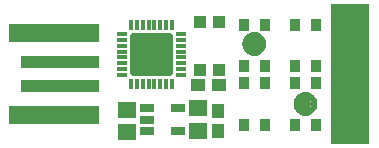
<source format=gbr>
G04 EAGLE Gerber RS-274X export*
G75*
%MOMM*%
%FSLAX34Y34*%
%LPD*%
%INSoldermask Top*%
%IPPOS*%
%AMOC8*
5,1,8,0,0,1.08239X$1,22.5*%
G01*
%ADD10R,3.302000X11.938000*%
%ADD11R,7.601600X1.601600*%
%ADD12R,6.601600X1.101600*%
%ADD13C,1.101600*%
%ADD14C,0.500000*%
%ADD15R,1.601600X1.341600*%
%ADD16R,1.001600X1.001600*%
%ADD17C,0.468206*%
%ADD18R,0.900000X0.350000*%
%ADD19R,0.350000X0.900000*%
%ADD20R,1.101600X1.176600*%
%ADD21R,1.301600X0.651600*%
%ADD22R,1.176600X1.101600*%
%ADD23R,0.951600X1.101600*%


D10*
X248920Y0D03*
D11*
X-2000Y-35000D03*
D12*
X3000Y-10000D03*
X3000Y10000D03*
D11*
X-2000Y35000D03*
D13*
X167640Y25400D03*
D14*
X167640Y32900D02*
X167459Y32898D01*
X167278Y32891D01*
X167097Y32880D01*
X166916Y32865D01*
X166736Y32845D01*
X166556Y32821D01*
X166377Y32793D01*
X166199Y32760D01*
X166022Y32723D01*
X165845Y32682D01*
X165670Y32637D01*
X165495Y32587D01*
X165322Y32533D01*
X165151Y32475D01*
X164980Y32413D01*
X164812Y32346D01*
X164645Y32276D01*
X164479Y32202D01*
X164316Y32123D01*
X164155Y32041D01*
X163995Y31955D01*
X163838Y31865D01*
X163683Y31771D01*
X163530Y31674D01*
X163380Y31572D01*
X163232Y31468D01*
X163086Y31359D01*
X162944Y31248D01*
X162804Y31132D01*
X162667Y31014D01*
X162532Y30892D01*
X162401Y30767D01*
X162273Y30639D01*
X162148Y30508D01*
X162026Y30373D01*
X161908Y30236D01*
X161792Y30096D01*
X161681Y29954D01*
X161572Y29808D01*
X161468Y29660D01*
X161366Y29510D01*
X161269Y29357D01*
X161175Y29202D01*
X161085Y29045D01*
X160999Y28885D01*
X160917Y28724D01*
X160838Y28561D01*
X160764Y28395D01*
X160694Y28228D01*
X160627Y28060D01*
X160565Y27889D01*
X160507Y27718D01*
X160453Y27545D01*
X160403Y27370D01*
X160358Y27195D01*
X160317Y27018D01*
X160280Y26841D01*
X160247Y26663D01*
X160219Y26484D01*
X160195Y26304D01*
X160175Y26124D01*
X160160Y25943D01*
X160149Y25762D01*
X160142Y25581D01*
X160140Y25400D01*
X167640Y32900D02*
X167821Y32898D01*
X168002Y32891D01*
X168183Y32880D01*
X168364Y32865D01*
X168544Y32845D01*
X168724Y32821D01*
X168903Y32793D01*
X169081Y32760D01*
X169258Y32723D01*
X169435Y32682D01*
X169610Y32637D01*
X169785Y32587D01*
X169958Y32533D01*
X170129Y32475D01*
X170300Y32413D01*
X170468Y32346D01*
X170635Y32276D01*
X170801Y32202D01*
X170964Y32123D01*
X171125Y32041D01*
X171285Y31955D01*
X171442Y31865D01*
X171597Y31771D01*
X171750Y31674D01*
X171900Y31572D01*
X172048Y31468D01*
X172194Y31359D01*
X172336Y31248D01*
X172476Y31132D01*
X172613Y31014D01*
X172748Y30892D01*
X172879Y30767D01*
X173007Y30639D01*
X173132Y30508D01*
X173254Y30373D01*
X173372Y30236D01*
X173488Y30096D01*
X173599Y29954D01*
X173708Y29808D01*
X173812Y29660D01*
X173914Y29510D01*
X174011Y29357D01*
X174105Y29202D01*
X174195Y29045D01*
X174281Y28885D01*
X174363Y28724D01*
X174442Y28561D01*
X174516Y28395D01*
X174586Y28228D01*
X174653Y28060D01*
X174715Y27889D01*
X174773Y27718D01*
X174827Y27545D01*
X174877Y27370D01*
X174922Y27195D01*
X174963Y27018D01*
X175000Y26841D01*
X175033Y26663D01*
X175061Y26484D01*
X175085Y26304D01*
X175105Y26124D01*
X175120Y25943D01*
X175131Y25762D01*
X175138Y25581D01*
X175140Y25400D01*
X175138Y25219D01*
X175131Y25038D01*
X175120Y24857D01*
X175105Y24676D01*
X175085Y24496D01*
X175061Y24316D01*
X175033Y24137D01*
X175000Y23959D01*
X174963Y23782D01*
X174922Y23605D01*
X174877Y23430D01*
X174827Y23255D01*
X174773Y23082D01*
X174715Y22911D01*
X174653Y22740D01*
X174586Y22572D01*
X174516Y22405D01*
X174442Y22239D01*
X174363Y22076D01*
X174281Y21915D01*
X174195Y21755D01*
X174105Y21598D01*
X174011Y21443D01*
X173914Y21290D01*
X173812Y21140D01*
X173708Y20992D01*
X173599Y20846D01*
X173488Y20704D01*
X173372Y20564D01*
X173254Y20427D01*
X173132Y20292D01*
X173007Y20161D01*
X172879Y20033D01*
X172748Y19908D01*
X172613Y19786D01*
X172476Y19668D01*
X172336Y19552D01*
X172194Y19441D01*
X172048Y19332D01*
X171900Y19228D01*
X171750Y19126D01*
X171597Y19029D01*
X171442Y18935D01*
X171285Y18845D01*
X171125Y18759D01*
X170964Y18677D01*
X170801Y18598D01*
X170635Y18524D01*
X170468Y18454D01*
X170300Y18387D01*
X170129Y18325D01*
X169958Y18267D01*
X169785Y18213D01*
X169610Y18163D01*
X169435Y18118D01*
X169258Y18077D01*
X169081Y18040D01*
X168903Y18007D01*
X168724Y17979D01*
X168544Y17955D01*
X168364Y17935D01*
X168183Y17920D01*
X168002Y17909D01*
X167821Y17902D01*
X167640Y17900D01*
X167459Y17902D01*
X167278Y17909D01*
X167097Y17920D01*
X166916Y17935D01*
X166736Y17955D01*
X166556Y17979D01*
X166377Y18007D01*
X166199Y18040D01*
X166022Y18077D01*
X165845Y18118D01*
X165670Y18163D01*
X165495Y18213D01*
X165322Y18267D01*
X165151Y18325D01*
X164980Y18387D01*
X164812Y18454D01*
X164645Y18524D01*
X164479Y18598D01*
X164316Y18677D01*
X164155Y18759D01*
X163995Y18845D01*
X163838Y18935D01*
X163683Y19029D01*
X163530Y19126D01*
X163380Y19228D01*
X163232Y19332D01*
X163086Y19441D01*
X162944Y19552D01*
X162804Y19668D01*
X162667Y19786D01*
X162532Y19908D01*
X162401Y20033D01*
X162273Y20161D01*
X162148Y20292D01*
X162026Y20427D01*
X161908Y20564D01*
X161792Y20704D01*
X161681Y20846D01*
X161572Y20992D01*
X161468Y21140D01*
X161366Y21290D01*
X161269Y21443D01*
X161175Y21598D01*
X161085Y21755D01*
X160999Y21915D01*
X160917Y22076D01*
X160838Y22239D01*
X160764Y22405D01*
X160694Y22572D01*
X160627Y22740D01*
X160565Y22911D01*
X160507Y23082D01*
X160453Y23255D01*
X160403Y23430D01*
X160358Y23605D01*
X160317Y23782D01*
X160280Y23959D01*
X160247Y24137D01*
X160219Y24316D01*
X160195Y24496D01*
X160175Y24676D01*
X160160Y24857D01*
X160149Y25038D01*
X160142Y25219D01*
X160140Y25400D01*
D13*
X210947Y-25400D03*
D14*
X210947Y-17900D02*
X210766Y-17902D01*
X210585Y-17909D01*
X210404Y-17920D01*
X210223Y-17935D01*
X210043Y-17955D01*
X209863Y-17979D01*
X209684Y-18007D01*
X209506Y-18040D01*
X209329Y-18077D01*
X209152Y-18118D01*
X208977Y-18163D01*
X208802Y-18213D01*
X208629Y-18267D01*
X208458Y-18325D01*
X208287Y-18387D01*
X208119Y-18454D01*
X207952Y-18524D01*
X207786Y-18598D01*
X207623Y-18677D01*
X207462Y-18759D01*
X207302Y-18845D01*
X207145Y-18935D01*
X206990Y-19029D01*
X206837Y-19126D01*
X206687Y-19228D01*
X206539Y-19332D01*
X206393Y-19441D01*
X206251Y-19552D01*
X206111Y-19668D01*
X205974Y-19786D01*
X205839Y-19908D01*
X205708Y-20033D01*
X205580Y-20161D01*
X205455Y-20292D01*
X205333Y-20427D01*
X205215Y-20564D01*
X205099Y-20704D01*
X204988Y-20846D01*
X204879Y-20992D01*
X204775Y-21140D01*
X204673Y-21290D01*
X204576Y-21443D01*
X204482Y-21598D01*
X204392Y-21755D01*
X204306Y-21915D01*
X204224Y-22076D01*
X204145Y-22239D01*
X204071Y-22405D01*
X204001Y-22572D01*
X203934Y-22740D01*
X203872Y-22911D01*
X203814Y-23082D01*
X203760Y-23255D01*
X203710Y-23430D01*
X203665Y-23605D01*
X203624Y-23782D01*
X203587Y-23959D01*
X203554Y-24137D01*
X203526Y-24316D01*
X203502Y-24496D01*
X203482Y-24676D01*
X203467Y-24857D01*
X203456Y-25038D01*
X203449Y-25219D01*
X203447Y-25400D01*
X210947Y-17900D02*
X211128Y-17902D01*
X211309Y-17909D01*
X211490Y-17920D01*
X211671Y-17935D01*
X211851Y-17955D01*
X212031Y-17979D01*
X212210Y-18007D01*
X212388Y-18040D01*
X212565Y-18077D01*
X212742Y-18118D01*
X212917Y-18163D01*
X213092Y-18213D01*
X213265Y-18267D01*
X213436Y-18325D01*
X213607Y-18387D01*
X213775Y-18454D01*
X213942Y-18524D01*
X214108Y-18598D01*
X214271Y-18677D01*
X214432Y-18759D01*
X214592Y-18845D01*
X214749Y-18935D01*
X214904Y-19029D01*
X215057Y-19126D01*
X215207Y-19228D01*
X215355Y-19332D01*
X215501Y-19441D01*
X215643Y-19552D01*
X215783Y-19668D01*
X215920Y-19786D01*
X216055Y-19908D01*
X216186Y-20033D01*
X216314Y-20161D01*
X216439Y-20292D01*
X216561Y-20427D01*
X216679Y-20564D01*
X216795Y-20704D01*
X216906Y-20846D01*
X217015Y-20992D01*
X217119Y-21140D01*
X217221Y-21290D01*
X217318Y-21443D01*
X217412Y-21598D01*
X217502Y-21755D01*
X217588Y-21915D01*
X217670Y-22076D01*
X217749Y-22239D01*
X217823Y-22405D01*
X217893Y-22572D01*
X217960Y-22740D01*
X218022Y-22911D01*
X218080Y-23082D01*
X218134Y-23255D01*
X218184Y-23430D01*
X218229Y-23605D01*
X218270Y-23782D01*
X218307Y-23959D01*
X218340Y-24137D01*
X218368Y-24316D01*
X218392Y-24496D01*
X218412Y-24676D01*
X218427Y-24857D01*
X218438Y-25038D01*
X218445Y-25219D01*
X218447Y-25400D01*
X218445Y-25581D01*
X218438Y-25762D01*
X218427Y-25943D01*
X218412Y-26124D01*
X218392Y-26304D01*
X218368Y-26484D01*
X218340Y-26663D01*
X218307Y-26841D01*
X218270Y-27018D01*
X218229Y-27195D01*
X218184Y-27370D01*
X218134Y-27545D01*
X218080Y-27718D01*
X218022Y-27889D01*
X217960Y-28060D01*
X217893Y-28228D01*
X217823Y-28395D01*
X217749Y-28561D01*
X217670Y-28724D01*
X217588Y-28885D01*
X217502Y-29045D01*
X217412Y-29202D01*
X217318Y-29357D01*
X217221Y-29510D01*
X217119Y-29660D01*
X217015Y-29808D01*
X216906Y-29954D01*
X216795Y-30096D01*
X216679Y-30236D01*
X216561Y-30373D01*
X216439Y-30508D01*
X216314Y-30639D01*
X216186Y-30767D01*
X216055Y-30892D01*
X215920Y-31014D01*
X215783Y-31132D01*
X215643Y-31248D01*
X215501Y-31359D01*
X215355Y-31468D01*
X215207Y-31572D01*
X215057Y-31674D01*
X214904Y-31771D01*
X214749Y-31865D01*
X214592Y-31955D01*
X214432Y-32041D01*
X214271Y-32123D01*
X214108Y-32202D01*
X213942Y-32276D01*
X213775Y-32346D01*
X213607Y-32413D01*
X213436Y-32475D01*
X213265Y-32533D01*
X213092Y-32587D01*
X212917Y-32637D01*
X212742Y-32682D01*
X212565Y-32723D01*
X212388Y-32760D01*
X212210Y-32793D01*
X212031Y-32821D01*
X211851Y-32845D01*
X211671Y-32865D01*
X211490Y-32880D01*
X211309Y-32891D01*
X211128Y-32898D01*
X210947Y-32900D01*
X210766Y-32898D01*
X210585Y-32891D01*
X210404Y-32880D01*
X210223Y-32865D01*
X210043Y-32845D01*
X209863Y-32821D01*
X209684Y-32793D01*
X209506Y-32760D01*
X209329Y-32723D01*
X209152Y-32682D01*
X208977Y-32637D01*
X208802Y-32587D01*
X208629Y-32533D01*
X208458Y-32475D01*
X208287Y-32413D01*
X208119Y-32346D01*
X207952Y-32276D01*
X207786Y-32202D01*
X207623Y-32123D01*
X207462Y-32041D01*
X207302Y-31955D01*
X207145Y-31865D01*
X206990Y-31771D01*
X206837Y-31674D01*
X206687Y-31572D01*
X206539Y-31468D01*
X206393Y-31359D01*
X206251Y-31248D01*
X206111Y-31132D01*
X205974Y-31014D01*
X205839Y-30892D01*
X205708Y-30767D01*
X205580Y-30639D01*
X205455Y-30508D01*
X205333Y-30373D01*
X205215Y-30236D01*
X205099Y-30096D01*
X204988Y-29954D01*
X204879Y-29808D01*
X204775Y-29660D01*
X204673Y-29510D01*
X204576Y-29357D01*
X204482Y-29202D01*
X204392Y-29045D01*
X204306Y-28885D01*
X204224Y-28724D01*
X204145Y-28561D01*
X204071Y-28395D01*
X204001Y-28228D01*
X203934Y-28060D01*
X203872Y-27889D01*
X203814Y-27718D01*
X203760Y-27545D01*
X203710Y-27370D01*
X203665Y-27195D01*
X203624Y-27018D01*
X203587Y-26841D01*
X203554Y-26663D01*
X203526Y-26484D01*
X203502Y-26304D01*
X203482Y-26124D01*
X203467Y-25943D01*
X203456Y-25762D01*
X203449Y-25581D01*
X203447Y-25400D01*
D15*
X120015Y-29235D03*
X120015Y-48235D03*
X59690Y-49505D03*
X59690Y-30505D03*
D16*
X121540Y43995D03*
X137540Y43995D03*
X137540Y2995D03*
X121540Y2995D03*
D17*
X96312Y32177D02*
X64978Y32177D01*
X96312Y32177D02*
X96312Y843D01*
X64978Y843D01*
X64978Y32177D01*
X64978Y5291D02*
X96312Y5291D01*
X96312Y9739D02*
X64978Y9739D01*
X64978Y14187D02*
X96312Y14187D01*
X96312Y18635D02*
X64978Y18635D01*
X64978Y23083D02*
X96312Y23083D01*
X96312Y27531D02*
X64978Y27531D01*
X64978Y31979D02*
X96312Y31979D01*
D18*
X105645Y-990D03*
X105645Y4010D03*
X105645Y9010D03*
X105645Y14010D03*
X105645Y19010D03*
X105645Y24010D03*
X105645Y29010D03*
X105645Y34010D03*
D19*
X98145Y41510D03*
X93145Y41510D03*
X88145Y41510D03*
X83145Y41510D03*
X78145Y41510D03*
X73145Y41510D03*
X68145Y41510D03*
X63145Y41510D03*
D18*
X55645Y34010D03*
X55645Y29010D03*
X55645Y24010D03*
X55645Y19010D03*
X55645Y14010D03*
X55645Y9010D03*
X55645Y4010D03*
X55645Y-990D03*
D19*
X63145Y-8490D03*
X68145Y-8490D03*
X73145Y-8490D03*
X78145Y-8490D03*
X83145Y-8490D03*
X88145Y-8490D03*
X93145Y-8490D03*
X98145Y-8490D03*
D20*
X136525Y-31505D03*
X136525Y-48505D03*
D21*
X77169Y-29235D03*
X77169Y-38735D03*
X77169Y-48235D03*
X103171Y-48235D03*
X103171Y-29235D03*
D22*
X120405Y-9525D03*
X137405Y-9525D03*
D23*
X158890Y6630D03*
X158890Y41630D03*
X176390Y6630D03*
X176390Y41630D03*
X202070Y6630D03*
X202070Y41630D03*
X219570Y6630D03*
X219570Y41630D03*
X219570Y-7900D03*
X219570Y-42900D03*
X202070Y-7900D03*
X202070Y-42900D03*
X176390Y-7900D03*
X176390Y-42900D03*
X158890Y-7900D03*
X158890Y-42900D03*
M02*

</source>
